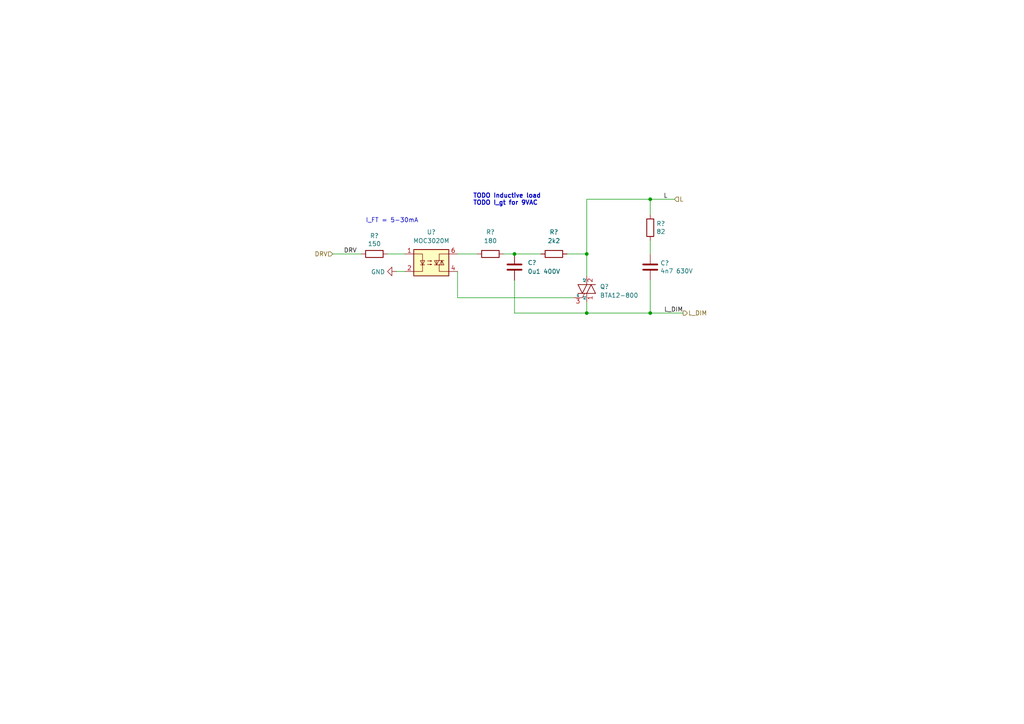
<source format=kicad_sch>
(kicad_sch (version 20211123) (generator eeschema)
  (paper "A4")
  (lib_symbols
    (symbol "Device:C" (pin_numbers hide) (pin_names (offset 0.254))
      (property "Reference" "C" (at 0.635 2.54 0))
      (property "Value" "C" (at 0.635 -2.54 0))
      (symbol "C_0_1"
        (polyline (pts (xy -2.032 -0.762) (xy 2.032 -0.762)) (stroke (width 0.508)))
        (polyline (pts (xy -2.032 0.762) (xy 2.032 0.762)) (stroke (width 0.508)))
      )
      (symbol "C_1_1"
        (pin passive line (at 0 3.81 270) (length 2.794) (name "~") (number "1"))
        (pin passive line (at 0 -3.81 90) (length 2.794) (name "~") (number "2"))
      )
    )
    (symbol "Device:R" (pin_numbers hide) (pin_names (offset 0))
      (property "Reference" "R" (at 2.032 0 90))
      (property "Value" "R" (at 0 0 90))
      (symbol "R_0_1"
        (rectangle (start -1.016 -2.54) (end 1.016 2.54) (stroke (width 0.254)))
      )
      (symbol "R_1_1"
        (pin passive line (at 0 3.81 270) (length 1.27) (name "~") (number "1"))
        (pin passive line (at 0 -3.81 90) (length 1.27) (name "~") (number "2"))
      )
    )
    (symbol "Relay_SolidState:MOC3020M"
      (property "Reference" "U" (at -5.334 4.826 0))
      (property "Value" "MOC3020M" (at 0 5.08 0))
      (symbol "MOC3020M_0_1"
        (rectangle (start -5.08 3.81) (end 5.08 -3.81) (stroke (width 0.254)) (fill (type background)))
        (polyline (pts (xy -3.175 -0.635) (xy -1.905 -0.635)))
        (polyline (pts (xy 1.524 -0.635) (xy 1.524 0.635)))
        (polyline (pts (xy 3.048 0.635) (xy 3.048 -0.635)))
        (polyline (pts (xy 2.286 -0.635) (xy 2.286 -2.54) (xy 5.08 -2.54)))
        (polyline (pts (xy 2.286 0.635) (xy 2.286 2.54) (xy 5.08 2.54)))
        (polyline (pts (xy -5.08 2.54) (xy -2.54 2.54) (xy -2.54 -2.54) (xy -5.08 -2.54)))
        (polyline (pts (xy -2.54 -0.635) (xy -3.175 0.635) (xy -1.905 0.635) (xy -2.54 -0.635)))
        (polyline (pts (xy 0.889 -0.635) (xy 3.683 -0.635) (xy 3.048 0.635) (xy 2.413 -0.635)))
        (polyline (pts (xy 3.683 0.635) (xy 0.889 0.635) (xy 1.524 -0.635) (xy 2.159 0.635)))
        (polyline (pts (xy -1.143 -0.508) (xy 0.127 -0.508) (xy -0.254 -0.635) (xy -0.254 -0.381) (xy 0.127 -0.508)))
        (polyline (pts (xy -1.143 0.508) (xy 0.127 0.508) (xy -0.254 0.381) (xy -0.254 0.635) (xy 0.127 0.508)))
      )
      (symbol "MOC3020M_1_1"
        (pin passive line (at -7.62 2.54 0) (length 2.54) (name "~") (number "1"))
        (pin passive line (at -7.62 -2.54 0) (length 2.54) (name "~") (number "2"))
        (pin no_connect line (at -5.08 0 0) (length 2.54) hide (name "NC") (number "3"))
        (pin passive line (at 7.62 -2.54 180) (length 2.54) (name "~") (number "4"))
        (pin no_connect line (at 5.08 0 180) (length 2.54) hide (name "NC") (number "5"))
        (pin passive line (at 7.62 2.54 180) (length 2.54) (name "~") (number "6"))
      )
    )
    (symbol "Triac_Thyristor:BTA16-800B" (pin_names (offset 0))
      (property "Reference" "Q" (at 5.08 1.905 0))
      (property "Value" "BTA16-800B" (at 5.08 0 0))
      (symbol "BTA16-800B_0_1"
        (polyline (pts (xy -2.54 -1.27) (xy 2.54 -1.27)) (stroke (width 0.2032)))
        (polyline (pts (xy -2.54 1.27) (xy 2.54 1.27)) (stroke (width 0.2032)))
        (polyline (pts (xy -1.27 -2.54) (xy -0.635 -1.27)))
        (polyline (pts (xy -2.54 1.27) (xy -1.27 -1.27) (xy 0 1.27)) (stroke (width 0.2032)))
        (polyline (pts (xy 0 -1.27) (xy 1.27 1.27) (xy 2.54 -1.27)) (stroke (width 0.2032)))
      )
      (symbol "BTA16-800B_1_1"
        (pin passive line (at 0 -3.81 90) (length 2.54) (name "A1") (number "1"))
        (pin passive line (at 0 3.81 270) (length 2.54) (name "A2") (number "2"))
        (pin input line (at -3.81 -2.54 0) (length 2.54) (name "G") (number "3"))
      )
    )
    (symbol "power:GND" (power) (pin_names (offset 0))
      (property "Value" "GND" (at 0 -3.81 0))
      (symbol "GND_0_1"
        (polyline (pts (xy 0 0) (xy 0 -1.27) (xy 1.27 -1.27) (xy 0 -2.54) (xy -1.27 -1.27) (xy 0 -1.27)))
      )
      (symbol "GND_1_1"
        (pin power_in line (at 0 0 270) (length 0) hide (name "GND") (number "1"))
      )
    )
  )
  (junction (at 170.18 90.805))
  (junction (at 188.595 57.785))
  (junction (at 188.595 90.805))
  (junction (at 149.225 73.66))
  (junction (at 170.18 73.66))
  (wire (pts (xy 149.225 90.805) (xy 149.225 81.28)))
  (wire (pts (xy 164.465 73.66) (xy 170.18 73.66)))
  (wire (pts (xy 149.225 73.66) (xy 156.845 73.66)))
  (wire (pts (xy 132.715 86.36) (xy 166.37 86.36)))
  (wire (pts (xy 96.52 73.66) (xy 104.775 73.66)))
  (wire (pts (xy 188.595 73.66) (xy 188.595 69.85)))
  (wire (pts (xy 188.595 57.785) (xy 195.58 57.785)))
  (wire (pts (xy 188.595 81.28) (xy 188.595 90.805)))
  (wire (pts (xy 170.18 90.805) (xy 149.225 90.805)))
  (wire (pts (xy 114.935 78.74) (xy 117.475 78.74)))
  (wire (pts (xy 132.715 78.74) (xy 132.715 86.36)))
  (wire (pts (xy 170.18 57.785) (xy 188.595 57.785)))
  (wire (pts (xy 188.595 62.23) (xy 188.595 57.785)))
  (wire (pts (xy 146.05 73.66) (xy 149.225 73.66)))
  (wire (pts (xy 198.12 90.805) (xy 188.595 90.805)))
  (wire (pts (xy 170.18 87.63) (xy 170.18 90.805)))
  (wire (pts (xy 188.595 90.805) (xy 170.18 90.805)))
  (wire (pts (xy 132.715 73.66) (xy 138.43 73.66)))
  (wire (pts (xy 170.18 73.66) (xy 170.18 80.01)))
  (wire (pts (xy 170.18 57.785) (xy 170.18 73.66)))
  (wire (pts (xy 112.395 73.66) (xy 117.475 73.66)))
  (text "TODO Inductive load\nTODO I_gt for 9VAC" (at 137.16 59.69 0) (effects (font (size 1.27 1.27) (thickness 0.254) bold) (justify left bottom)))
  (text "I_FT = 5-30mA" (at 106.045 64.77 0) (effects (font (size 1.27 1.27)) (justify left bottom)))
  (label "DRV" (at 99.695 73.66 0))
  (label "L_DIM" (at 198.12 90.805 180))
  (label "L" (at 193.675 57.785 180))
  (hierarchical_label "L" (shape input) (at 195.58 57.785 0))
  (hierarchical_label "DRV" (shape input) (at 96.52 73.66 180))
  (hierarchical_label "L_DIM" (shape output) (at 198.12 90.805 0))
  (symbol (lib_id "Triac_Thyristor:BTA16-800B") (at 170.18 83.82 0) (unit 1)
    (property "Reference" "Q?" (at 173.99 83.1341 0) (effects (justify left)))
    (property "Value" "BTA12-800" (at 173.99 85.6741 0) (effects (justify left)))
    (property "Footprint" "Package_TO_SOT_THT:TO-220-3_Vertical" (effects hide))
    (property "Datasheet" "https://www.st.com/resource/en/datasheet/bta16.pdf" (effects hide))
  )
  (symbol (lib_id "Device:R") (at 160.655 73.66 90) (unit 1)
    (property "Reference" "R?" (at 160.655 67.31 90))
    (property "Value" "2k2" (at 160.655 69.85 90))
  )
  (symbol (lib_id "Device:R") (at 142.24 73.66 90) (unit 1)
    (property "Reference" "R?" (at 142.24 67.31 90))
    (property "Value" "180" (at 142.24 69.85 90))
  )
  (symbol (lib_id "Device:R") (at 188.595 66.04 0) (unit 1)
    (property "Reference" "R?" (at 190.373 64.8716 0) (effects (justify left)))
    (property "Value" "82" (at 190.373 67.183 0) (effects (justify left)))
    (property "Footprint" "Resistor_THT:R_Axial_DIN0207_L6.3mm_D2.5mm_P10.16mm_Horizontal" (effects hide))
  )
  (symbol (lib_id "Device:C") (at 188.595 77.47 0) (unit 1)
    (property "Reference" "C?" (at 191.516 76.3016 0) (effects (justify left)))
    (property "Value" "4n7 630V" (at 191.516 78.613 0) (effects (justify left)))
    (property "Footprint" "Capacitor_THT:C_Rect_L13.0mm_W8.0mm_P10.00mm_FKS3_FKP3_MKS4" (effects hide))
  )
  (symbol (lib_id "Device:R") (at 108.585 73.66 270) (unit 1)
    (property "Reference" "R?" (at 108.585 68.4022 90))
    (property "Value" "150" (at 108.585 70.7136 90))
  )
  (symbol (lib_id "power:GND") (at 114.935 78.74 270) (unit 1)
    (property "Reference" "#PWR?" (effects hide))
    (property "Value" "~" (at 111.6838 78.867 90) (effects (justify right)))
  )
  (symbol (lib_id "Relay_SolidState:MOC3020M") (at 125.095 76.2 0) (unit 1)
    (property "Reference" "U?" (at 125.095 67.31 0))
    (property "Value" "MOC3020M" (at 125.095 69.85 0))
    (property "Datasheet" "https://www.onsemi.com/pub/Collateral/MOC3023M-D.PDF" (effects hide))
  )
  (symbol (lib_id "Device:C") (at 149.225 77.47 0) (unit 1)
    (property "Reference" "C?" (at 153.035 76.1999 0) (effects (justify left)))
    (property "Value" "0u1 400V" (at 153.035 78.7399 0) (effects (justify left)))
  )
)
</source>
